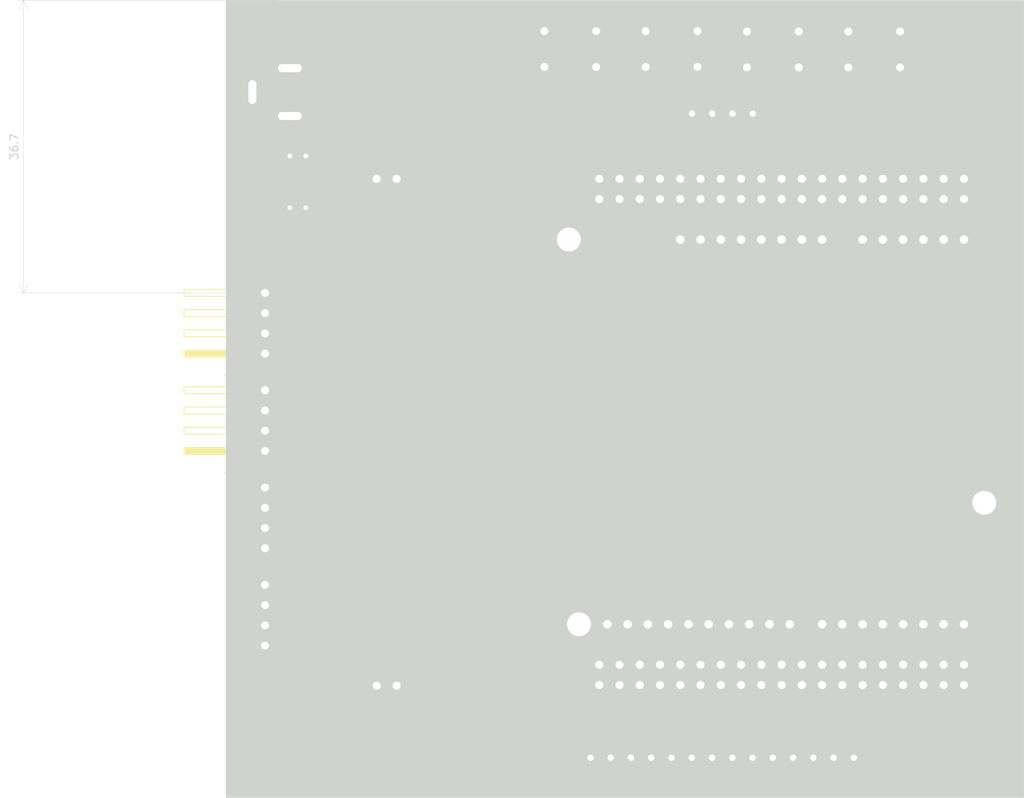
<source format=kicad_pcb>
(kicad_pcb (version 20241229) (generator "pcbnew") (generator_version "9.0")
  (layers (0 "F.Cu" signal) (4 "In1.Cu" power "GND plane") (6 "In2.Cu" power "VCC plane") (2 "B.Cu" signal) (13 "F.Paste" user) (15 "B.Paste" user) (5 "F.SilkS" user "F.Silkscreen") (7 "B.SilkS" user "B.Silkscreen") (1 "F.Mask" user) (3 "B.Mask" user) (25 "Edge.Cuts" user))
  (net 0 "")
  (net 1 "+5V")
  (net 2 "GND")
  (net 4 "/MISO")
  (net 6 "/SCK")
  (net 7 "/MOSI")
  (net 8 "/DC")
  (net 11 "/VDD")
  (net 12 "/RST")
  (net 13 "/CS_SD")
  (net 15 "/CS")
  (net 18 "Net-(U11B-GND_S2-Pad10_20)")
  (net 19 "/MUX_OUT_4")
  (net 20 "/SW2")
  (net 28 "/SW4")
  (net 29 "/MUX_OUT_7")
  (net 33 "/LED_IN")
  (net 34 "/MUX_OUT_0")
  (net 41 "/MUX_OUT_3")
  (net 45 "/MUX_OUT_2")
  (net 48 "/MUX_OUT_5")
  (net 52 "/SW1")
  (net 57 "/MUX_OUT_6")
  (net 58 "/SW3")
  (net 59 "/MUX_OUT_1")
  (footprint "Capacitor_THT:CP_Radial_D4.0mm_P2.00mm" (layer "F.Cu") (at 62 78.5 180)
    (property "Reference" "C67" (at 1 -3.25 0) (layer "F.SilkS"))
    (property "Value" "100nF")
    (pad "1" thru_hole roundrect (at 0 0 180) (size 1.2 1.2) (drill 0.6) (layers "*.Cu" "*.Mask") (roundrect_rratio 0.208333) (net 2 "GND"))
    (pad "2" thru_hole circle (at 2 0 180) (size 1.2 1.2) (drill 0.6) (layers "*.Cu" "*.Mask") (net 1 "+5V"))
  )
  (footprint "TFT_screen:TFT-320x240" (layer "F.Cu") (at 114.19 147.5)
    (property "Reference" "U10" (at 27.31 3 0) (layer "F.SilkS"))
    (property "Value" "TFT_320x240")
    (fp_text user "TFT 320x240, 2.8\"" (at -0.254 -46.99 0) (layer "F.SilkS") (effects (font (size 2 2))))
    (pad "1" thru_hole oval (at -16.51 0) (size 1.5 3) (drill 0.8) (layers "*.Cu" "*.Mask") (net 11 "/VDD"))
    (pad "2" thru_hole oval (at -13.97 0) (size 1.5 3) (drill 0.8) (layers "*.Cu" "*.Mask") (net 2 "GND"))
    (pad "3" thru_hole oval (at -11.43 0) (size 1.5 3) (drill 0.8) (layers "*.Cu" "*.Mask") (net 15 "/CS"))
    (pad "4" thru_hole oval (at -8.89 0) (size 1.5 3) (drill 0.8) (layers "*.Cu" "*.Mask") (net 12 "/RST"))
    (pad "5" thru_hole oval (at -6.35 0) (size 1.5 3) (drill 0.8) (layers "*.Cu" "*.Mask") (net 8 "/DC"))
    (pad "6" thru_hole oval (at -3.81 0) (size 1.5 3) (drill 0.8) (layers "*.Cu" "*.Mask") (net 7 "/MOSI"))
    (pad "7" thru_hole oval (at -1.27 0) (size 1.5 3) (drill 0.8) (layers "*.Cu" "*.Mask") (net 6 "/SCK"))
    (pad "8" thru_hole oval (at 1.27 0) (size 1.5 3) (drill 0.8) (layers "*.Cu" "*.Mask") (net 11 "/VDD"))
    (pad "9" thru_hole oval (at 3.81 0) (size 1.5 3) (drill 0.8) (layers "*.Cu" "*.Mask") (net 4 "/MISO"))
    (pad "10" thru_hole oval (at 6.35 0) (size 1.5 3) (drill 0.8) (layers "*.Cu" "*.Mask"))
    (pad "11" thru_hole oval (at 8.89 0) (size 1.5 3) (drill 0.8) (layers "*.Cu" "*.Mask"))
    (pad "12" thru_hole oval (at 11.43 0) (size 1.5 3) (drill 0.8) (layers "*.Cu" "*.Mask"))
    (pad "13" thru_hole oval (at 13.97 0) (size 1.5 3) (drill 0.8) (layers "*.Cu" "*.Mask"))
    (pad "14" thru_hole oval (at 16.51 0) (size 1.5 3) (drill 0.8) (layers "*.Cu" "*.Mask"))
    (pad "15" thru_hole oval (at -3.78 -80.8) (size 1.5 3) (drill 0.8) (layers "*.Cu" "*.Mask") (net 6 "/SCK"))
    (pad "16" thru_hole oval (at -1.24 -80.8) (size 1.5 3) (drill 0.8) (layers "*.Cu" "*.Mask") (net 4 "/MISO"))
    (pad "17" thru_hole oval (at 1.3 -80.8) (size 1.5 3) (drill 0.8) (layers "*.Cu" "*.Mask") (net 7 "/MOSI"))
    (pad "18" thru_hole oval (at 3.84 -80.8) (size 1.5 3) (drill 0.8) (layers "*.Cu" "*.Mask") (net 13 "/CS_SD"))
  )
  (footprint "Capacitor_SMD:C_0805_2012Metric_Pad1.18x1.45mm_HandSolder" (layer "F.Cu") (at 120.4875 54.3)
    (property "Reference" "C78" (at 3.5125 -0.3 0) (layer "F.SilkS"))
    (property "Value" "10uF")
    (pad "1" smd roundrect (at -1.0375 0) (size 1.175 1.45) (layers "F.Cu" "F.Mask" "F.Paste") (roundrect_rratio 0.212766) (net 58 "/SW3"))
    (pad "2" smd roundrect (at 1.0375 0) (size 1.175 1.45) (layers "F.Cu" "F.Mask" "F.Paste") (roundrect_rratio 0.212766) (net 2 "GND"))
  )
  (footprint "TS02-66-60-BK-100-LCR-D:SW_TS02-66-60-BK-100-LCR-D" (layer "F.Cu") (at 133.25 58.65)
    (property "Reference" "SW76" (at 5 0 90) (layer "F.SilkS"))
    (property "Value" "SW_DPST")
    (pad "1" thru_hole rect (at -3.25 -2.25) (size 1.508 1.508) (drill 1) (layers "*.Cu" "*.Mask") (net 28 "/SW4"))
    (pad "2" thru_hole circle (at 3.25 -2.25) (size 1.508 1.508) (drill 1) (layers "*.Cu" "*.Mask") (net 2 "GND"))
    (pad "3" thru_hole circle (at -3.25 2.25) (size 1.508 1.508) (drill 1) (layers "*.Cu" "*.Mask") (net 28 "/SW4"))
    (pad "4" thru_hole circle (at 3.25 2.25) (size 1.508 1.508) (drill 1) (layers "*.Cu" "*.Mask") (net 2 "GND"))
  )
  (footprint "Connector_PinHeader_2.54mm:PinHeader_1x04_P2.54mm_Horizontal" (layer "F.Cu") (at 56.885 109.02 180)
    (property "Reference" "J4" (at 4.385 -2.27 0) (layer "F.SilkS"))
    (property "Value" "Conn_01x04_Pin")
    (pad "1" thru_hole rect (at 0 0 180) (size 1.7 1.7) (drill 1) (layers "*.Cu" "*.Mask") (net 2 "GND"))
    (pad "2" thru_hole circle (at 0 2.54 180) (size 1.7 1.7) (drill 1) (layers "*.Cu" "*.Mask") (net 2 "GND"))
    (pad "3" thru_hole circle (at 0 5.08 180) (size 1.7 1.7) (drill 1) (layers "*.Cu" "*.Mask") (net 2 "GND"))
    (pad "4" thru_hole circle (at 0 7.62 180) (size 1.7 1.7) (drill 1) (layers "*.Cu" "*.Mask") (net 2 "GND"))
  )
  (footprint "Capacitor_SMD:C_0805_2012Metric_Pad1.18x1.45mm_HandSolder" (layer "F.Cu") (at 133.2 54.25)
    (property "Reference" "C79" (at 3.3 -0.25 0) (layer "F.SilkS"))
    (property "Value" "10uF")
    (pad "1" smd roundrect (at -1.0375 0) (size 1.175 1.45) (layers "F.Cu" "F.Mask" "F.Paste") (roundrect_rratio 0.212766) (net 28 "/SW4"))
    (pad "2" smd roundrect (at 1.0375 0) (size 1.175 1.45) (layers "F.Cu" "F.Mask" "F.Paste") (roundrect_rratio 0.212766) (net 2 "GND"))
  )
  (footprint "Capacitor_THT:CP_Radial_D4.0mm_P2.00mm" (layer "F.Cu") (at 62 72 180)
    (property "Reference" "C66" (at 1 -3.25 0) (layer "F.SilkS"))
    (property "Value" "22uF")
    (pad "1" thru_hole roundrect (at 0 0 180) (size 1.2 1.2) (drill 0.6) (layers "*.Cu" "*.Mask") (roundrect_rratio 0.208333) (net 2 "GND"))
    (pad "2" thru_hole circle (at 2 0 180) (size 1.2 1.2) (drill 0.6) (layers "*.Cu" "*.Mask") (net 1 "+5V"))
  )
  (footprint "TS02-66-60-BK-100-LCR-D:SW_TS02-66-60-BK-100-LCR-D" (layer "F.Cu") (at 107.85 58.6)
    (property "Reference" "SW74" (at 5 0 90) (layer "F.SilkS"))
    (property "Value" "SW_DPST")
    (pad "1" thru_hole rect (at -3.25 -2.25) (size 1.508 1.508) (drill 1) (layers "*.Cu" "*.Mask") (net 20 "/SW2"))
    (pad "2" thru_hole circle (at 3.25 -2.25) (size 1.508 1.508) (drill 1) (layers "*.Cu" "*.Mask") (net 2 "GND"))
    (pad "3" thru_hole circle (at -3.25 2.25) (size 1.508 1.508) (drill 1) (layers "*.Cu" "*.Mask") (net 20 "/SW2"))
    (pad "4" thru_hole circle (at 3.25 2.25) (size 1.508 1.508) (drill 1) (layers "*.Cu" "*.Mask") (net 2 "GND"))
  )
  (footprint "TS02-66-60-BK-100-LCR-D:SW_TS02-66-60-BK-100-LCR-D" (layer "F.Cu") (at 120.55 58.65)
    (property "Reference" "SW75" (at 5.1 0.35 90) (layer "F.SilkS"))
    (property "Value" "SW_DPST")
    (pad "1" thru_hole rect (at -3.25 -2.25) (size 1.508 1.508) (drill 1) (layers "*.Cu" "*.Mask") (net 58 "/SW3"))
    (pad "2" thru_hole circle (at 3.25 -2.25) (size 1.508 1.508) (drill 1) (layers "*.Cu" "*.Mask") (net 2 "GND"))
    (pad "3" thru_hole circle (at -3.25 2.25) (size 1.508 1.508) (drill 1) (layers "*.Cu" "*.Mask") (net 58 "/SW3"))
    (pad "4" thru_hole circle (at 3.25 2.25) (size 1.508 1.508) (drill 1) (layers "*.Cu" "*.Mask") (net 2 "GND"))
  )
  (footprint "Capacitor_SMD:C_0805_2012Metric_Pad1.18x1.45mm_HandSolder" (layer "F.Cu") (at 95.15 54.1)
    (property "Reference" "C76" (at 3.35 -0.1 0) (layer "F.SilkS"))
    (property "Value" "10uF")
    (pad "1" smd roundrect (at -1.0375 0) (size 1.175 1.45) (layers "F.Cu" "F.Mask" "F.Paste") (roundrect_rratio 0.212766) (net 52 "/SW1"))
    (pad "2" smd roundrect (at 1.0375 0) (size 1.175 1.45) (layers "F.Cu" "F.Mask" "F.Paste") (roundrect_rratio 0.212766) (net 2 "GND"))
  )
  (footprint "Connector_BarrelJack:BarrelJack_Horizontal" (layer "F.Cu") (at 60 67 -90)
    (property "Reference" "J1" (at -8.45 5.75 90) (layer "F.SilkS"))
    (property "Value" "Barrel_Jack_Switch")
    (pad "1" thru_hole rect (at 0 0 270) (size 3.5 3.5) (drill oval 1 3) (layers "*.Cu" "*.Mask") (net 1 "+5V"))
    (pad "2" thru_hole roundrect (at -6 0 270) (size 3 3.5) (drill oval 1 3) (layers "*.Cu" "*.Mask") (net 2 "GND"))
    (pad "3" thru_hole roundrect (at -3 4.7 270) (size 3.5 3.5) (drill oval 3 1) (layers "*.Cu" "*.Mask"))
  )
  (footprint "Capacitor_SMD:C_0805_2012Metric_Pad1.18x1.45mm_HandSolder" (layer "F.Cu") (at 107.85 54.1)
    (property "Reference" "C77" (at 3.65 -0.1 0) (layer "F.SilkS"))
    (property "Value" "10uF")
    (pad "1" smd roundrect (at -1.0375 0) (size 1.175 1.45) (layers "F.Cu" "F.Mask" "F.Paste") (roundrect_rratio 0.212766) (net 20 "/SW2"))
    (pad "2" smd roundrect (at 1.0375 0) (size 1.175 1.45) (layers "F.Cu" "F.Mask" "F.Paste") (roundrect_rratio 0.212766) (net 2 "GND"))
  )
  (footprint "Connector_PinHeader_2.54mm:PinHeader_1x04_P2.54mm_Horizontal" (layer "F.Cu") (at 56.885 96.81 180)
    (property "Reference" "J5" (at 4.385 -2.27 0) (layer "F.SilkS"))
    (property "Value" "Conn_01x04_Pin")
    (pad "1" thru_hole rect (at 0 0 180) (size 1.7 1.7) (drill 1) (layers "*.Cu" "*.Mask") (net 1 "+5V"))
    (pad "2" thru_hole circle (at 0 2.54 180) (size 1.7 1.7) (drill 1) (layers "*.Cu" "*.Mask") (net 1 "+5V"))
    (pad "3" thru_hole circle (at 0 5.08 180) (size 1.7 1.7) (drill 1) (layers "*.Cu" "*.Mask") (net 1 "+5V"))
    (pad "4" thru_hole circle (at 0 7.62 180) (size 1.7 1.7) (drill 1) (layers "*.Cu" "*.Mask") (net 1 "+5V"))
  )
  (footprint "TS02-66-60-BK-100-LCR-D:SW_TS02-66-60-BK-100-LCR-D" (layer "F.Cu") (at 95.15 58.6)
    (property "Reference" "SW73" (at 5 0 90) (layer "F.SilkS"))
    (property "Value" "SW_DPST")
    (pad "1" thru_hole rect (at -3.25 -2.25) (size 1.508 1.508) (drill 1) (layers "*.Cu" "*.Mask") (net 52 "/SW1"))
    (pad "2" thru_hole circle (at 3.25 -2.25) (size 1.508 1.508) (drill 1) (layers "*.Cu" "*.Mask") (net 2 "GND"))
    (pad "3" thru_hole circle (at -3.25 2.25) (size 1.508 1.508) (drill 1) (layers "*.Cu" "*.Mask") (net 52 "/SW1"))
    (pad "4" thru_hole circle (at 3.25 2.25) (size 1.508 1.508) (drill 1) (layers "*.Cu" "*.Mask") (net 2 "GND"))
  )
  (footprint "NUCLEO-F401RE:ST_NUCLEO-F401RE" (layer "B.Cu") (at 108.29 106.63 -90)
    (property "Reference" "U11" (at -31.825 42.635 90) (layer "B.SilkS") (effects (justify mirror)))
    (property "Value" "NUCLEO-F401RE")
    (pad "" np_thru_hole circle (at -24.13 13.32 270) (size 3 3) (drill 3) (layers "*.Cu" "*.Mask"))
    (pad "" np_thru_hole circle (at 8.89 -38.75 270) (size 3 3) (drill 3) (layers "*.Cu" "*.Mask"))
    (pad "" np_thru_hole circle (at 24.13 12.05 270) (size 3 3) (drill 3) (layers "*.Cu" "*.Mask"))
    (pad "5_1" thru_hole rect (at 24.13 -14.37 270) (size 1.605 1.605) (drill 1.07) (layers "*.Cu" "*.Mask"))
    (pad "5_2" thru_hole circle (at 24.13 -11.83 270) (size 1.605 1.605) (drill 1.07) (layers "*.Cu" "*.Mask"))
    (pad "5_3" thru_hole circle (at 24.13 -9.29 270) (size 1.605 1.605) (drill 1.07) (layers "*.Cu" "*.Mask"))
    (pad "5_4" thru_hole circle (at 24.13 -6.75 270) (size 1.605 1.605) (drill 1.07) (layers "*.Cu" "*.Mask"))
    (pad "5_5" thru_hole circle (at 24.13 -4.21 270) (size 1.605 1.605) (drill 1.07) (layers "*.Cu" "*.Mask"))
    (pad "5_6" thru_hole circle (at 24.13 -1.67 270) (size 1.605 1.605) (drill 1.07) (layers "*.Cu" "*.Mask"))
    (pad "5_7" thru_hole circle (at 24.13 0.87 270) (size 1.605 1.605) (drill 1.07) (layers "*.Cu" "*.Mask"))
    (pad "5_8" thru_hole circle (at 24.13 3.41 270) (size 1.605 1.605) (drill 1.07) (layers "*.Cu" "*.Mask"))
    (pad "5_9" thru_hole circle (at 24.13 5.95 270) (size 1.605 1.605) (drill 1.07) (layers "*.Cu" "*.Mask"))
    (pad "5_10" thru_hole circle (at 24.13 8.49 270) (size 1.605 1.605) (drill 1.07) (layers "*.Cu" "*.Mask"))
    (pad "6_1" thru_hole rect (at -24.13 -0.65 270) (size 1.605 1.605) (drill 1.07) (layers "*.Cu" "*.Mask"))
    (pad "6_2" thru_hole circle (at -24.13 -3.19 270) (size 1.605 1.605) (drill 1.07) (layers "*.Cu" "*.Mask"))
    (pad "6_3" thru_hole circle (at -24.13 -5.73 270) (size 1.605 1.605) (drill 1.07) (layers "*.Cu" "*.Mask"))
    (pad "6_4" thru_hole circle (at -24.13 -8.27 270) (size 1.605 1.605) (drill 1.07) (layers "*.Cu" "*.Mask"))
    (pad "6_5" thru_hole circle (at -24.13 -10.81 270) (size 1.605 1.605) (drill 1.07) (layers "*.Cu" "*.Mask"))
    (pad "6_6" thru_hole circle (at -24.13 -13.35 270) (size 1.605 1.605) (drill 1.07) (layers "*.Cu" "*.Mask"))
    (pad "6_7" thru_hole circle (at -24.13 -15.89 270) (size 1.605 1.605) (drill 1.07) (layers "*.Cu" "*.Mask"))
    (pad "6_8" thru_hole circle (at -24.13 -18.43 270) (size 1.605 1.605) (drill 1.07) (layers "*.Cu" "*.Mask"))
    (pad "7_1" thru_hole rect (at -31.75 9.51 270) (size 1.53 1.53) (drill 1.02) (layers "*.Cu" "*.Mask"))
    (pad "7_2" thru_hole circle (at -29.21 9.51 270) (size 1.53 1.53) (drill 1.02) (layers "*.Cu" "*.Mask"))
    (pad "7_3" thru_hole circle (at -31.75 6.97 270) (size 1.53 1.53) (drill 1.02) (layers "*.Cu" "*.Mask"))
    (pad "7_4" thru_hole circle (at -29.21 6.97 270) (size 1.53 1.53) (drill 1.02) (layers "*.Cu" "*.Mask"))
    (pad "7_5" thru_hole circle (at -31.75 4.43 270) (size 1.53 1.53) (drill 1.02) (layers "*.Cu" "*.Mask"))
    (pad "7_6" thru_hole circle (at -29.21 4.43 270) (size 1.53 1.53) (drill 1.02) (layers "*.Cu" "*.Mask"))
    (pad "7_7" thru_hole circle (at -31.75 1.89 270) (size 1.53 1.53) (drill 1.02) (layers "*.Cu" "*.Mask"))
    (pad "7_8" thru_hole circle (at -29.21 1.89 270) (size 1.53 1.53) (drill 1.02) (layers "*.Cu" "*.Mask") (net 2 "GND"))
    (pad "7_9" thru_hole circle (at -31.75 -0.65 270) (size 1.53 1.53) (drill 1.02) (layers "*.Cu" "*.Mask"))
    (pad "7_10" thru_hole circle (at -29.21 -0.65 270) (size 1.53 1.53) (drill 1.02) (layers "*.Cu" "*.Mask"))
    (pad "7_11" thru_hole circle (at -31.75 -3.19 270) (size 1.53 1.53) (drill 1.02) (layers "*.Cu" "*.Mask"))
    (pad "7_12" thru_hole circle (at -29.21 -3.19 270) (size 1.53 1.53) (drill 1.02) (layers "*.Cu" "*.Mask"))
    (pad "7_13" thru_hole circle (at -31.75 -5.73 270) (size 1.53 1.53) (drill 1.02) (layers "*.Cu" "*.Mask") (net 48 "/MUX_OUT_5"))
    (pad "7_14" thru_hole circle (at -29.21 -5.73 270) (size 1.53 1.53) (drill 1.02) (layers "*.Cu" "*.Mask"))
    (pad "7_15" thru_hole circle (at -31.75 -8.27 270) (size 1.53 1.53) (drill 1.02) (layers "*.Cu" "*.Mask") (net 57 "/MUX_OUT_6"))
    (pad "7_16" thru_hole circle (at -29.21 -8.27 270) (size 1.53 1.53) (drill 1.02) (layers "*.Cu" "*.Mask") (net 11 "/VDD"))
    (pad "7_17" thru_hole circle (at -31.75 -10.81 270) (size 1.53 1.53) (drill 1.02) (layers "*.Cu" "*.Mask") (net 29 "/MUX_OUT_7"))
    (pad "7_18" thru_hole circle (at -29.21 -10.81 270) (size 1.53 1.53) (drill 1.02) (layers "*.Cu" "*.Mask") (net 1 "+5V"))
    (pad "7_19" thru_hole circle (at -31.75 -13.35 270) (size 1.53 1.53) (drill 1.02) (layers "*.Cu" "*.Mask") (net 2 "GND"))
    (pad "7_20" thru_hole circle (at -29.21 -13.35 270) (size 1.53 1.53) (drill 1.02) (layers "*.Cu" "*.Mask") (net 2 "GND"))
    (pad "7_21" thru_hole circle (at -31.75 -15.89 270) (size 1.53 1.53) (drill 1.02) (layers "*.Cu" "*.Mask") (net 19 "/MUX_OUT_4"))
    (pad "7_22" thru_hole circle (at -29.21 -15.89 270) (size 1.53 1.53) (drill 1.02) (layers "*.Cu" "*.Mask") (net 2 "GND"))
    (pad "7_23" thru_hole circle (at -31.75 -18.43 270) (size 1.53 1.53) (drill 1.02) (layers "*.Cu" "*.Mask"))
    (pad "7_24" thru_hole circle (at -29.21 -18.43 270) (size 1.53 1.53) (drill 1.02) (layers "*.Cu" "*.Mask"))
    (pad "7_25" thru_hole circle (at -31.75 -20.97 270) (size 1.53 1.53) (drill 1.02) (layers "*.Cu" "*.Mask"))
    (pad "7_26" thru_hole circle (at -29.21 -20.97 270) (size 1.53 1.53) (drill 1.02) (layers "*.Cu" "*.Mask"))
    (pad "7_27" thru_hole circle (at -31.75 -23.51 270) (size 1.53 1.53) (drill 1.02) (layers "*.Cu" "*.Mask"))
    (pad "7_28" thru_hole circle (at -29.21 -23.51 270) (size 1.53 1.53) (drill 1.02) (layers "*.Cu" "*.Mask") (net 28 "/SW4"))
    (pad "7_29" thru_hole circle (at -31.75 -26.05 270) (size 1.53 1.53) (drill 1.02) (layers "*.Cu" "*.Mask"))
    (pad "7_30" thru_hole circle (at -29.21 -26.05 270) (size 1.53 1.53) (drill 1.02) (layers "*.Cu" "*.Mask") (net 58 "/SW3"))
    (pad "7_31" thru_hole circle (at -31.75 -28.59 270) (size 1.53 1.53) (drill 1.02) (layers "*.Cu" "*.Mask"))
    (pad "7_32" thru_hole circle (at -29.21 -28.59 270) (size 1.53 1.53) (drill 1.02) (layers "*.Cu" "*.Mask") (net 20 "/SW2"))
    (pad "7_33" thru_hole circle (at -31.75 -31.13 270) (size 1.53 1.53) (drill 1.02) (layers "*.Cu" "*.Mask"))
    (pad "7_34" thru_hole circle (at -29.21 -31.13 270) (size 1.53 1.53) (drill 1.02) (layers "*.Cu" "*.Mask") (net 52 "/SW1"))
    (pad "7_35" thru_hole circle (at -31.75 -33.67 270) (size 1.53 1.53) (drill 1.02) (layers "*.Cu" "*.Mask") (net 45 "/MUX_OUT_2"))
    (pad "7_36" thru_hole circle (at -29.21 -33.67 270) (size 1.53 1.53) (drill 1.02) (layers "*.Cu" "*.Mask") (net 59 "/MUX_OUT_1"))
    (pad "7_37" thru_hole circle (at -31.75 -36.21 270) (size 1.53 1.53) (drill 1.02) (layers "*.Cu" "*.Mask") (net 41 "/MUX_OUT_3"))
    (pad "7_38" thru_hole circle (at -29.21 -36.21 270) (size 1.53 1.53) (drill 1.02) (layers "*.Cu" "*.Mask") (net 34 "/MUX_OUT_0"))
    (pad "8_1" thru_hole rect (at -24.13 -23.51 270) (size 1.605 1.605) (drill 1.07) (layers "*.Cu" "*.Mask"))
    (pad "8_2" thru_hole circle (at -24.13 -26.05 270) (size 1.605 1.605) (drill 1.07) (layers "*.Cu" "*.Mask"))
    (pad "8_3" thru_hole circle (at -24.13 -28.59 270) (size 1.605 1.605) (drill 1.07) (layers "*.Cu" "*.Mask"))
    (pad "8_4" thru_hole circle (at -24.13 -31.13 270) (size 1.605 1.605) (drill 1.07) (layers "*.Cu" "*.Mask"))
    (pad "8_5" thru_hole circle (at -24.13 -33.67 270) (size 1.605 1.605) (drill 1.07) (layers "*.Cu" "*.Mask"))
    (pad "8_6" thru_hole circle (at -24.13 -36.21 270) (size 1.605 1.605) (drill 1.07) (layers "*.Cu" "*.Mask"))
    (pad "9_1" thru_hole rect (at 24.13 -36.21 270) (size 1.605 1.605) (drill 1.07) (layers "*.Cu" "*.Mask"))
    (pad "9_2" thru_hole circle (at 24.13 -33.67 270) (size 1.605 1.605) (drill 1.07) (layers "*.Cu" "*.Mask"))
    (pad "9_3" thru_hole circle (at 24.13 -31.13 270) (size 1.605 1.605) (drill 1.07) (layers "*.Cu" "*.Mask"))
    (pad "9_4" thru_hole circle (at 24.13 -28.59 270) (size 1.605 1.605) (drill 1.07) (layers "*.Cu" "*.Mask"))
    (pad "9_5" thru_hole circle (at 24.13 -26.05 270) (size 1.605 1.605) (drill 1.07) (layers "*.Cu" "*.Mask"))
    (pad "9_6" thru_hole circle (at 24.13 -23.51 270) (size 1.605 1.605) (drill 1.07) (layers "*.Cu" "*.Mask"))
    (pad "9_7" thru_hole circle (at 24.13 -20.97 270) (size 1.605 1.605) (drill 1.07) (layers "*.Cu" "*.Mask"))
    (pad "9_8" thru_hole circle (at 24.13 -18.43 270) (size 1.605 1.605) (drill 1.07) (layers "*.Cu" "*.Mask"))
    (pad "10_1" thru_hole rect (at 29.21 9.51 270) (size 1.53 1.53) (drill 1.02) (layers "*.Cu" "*.Mask"))
    (pad "10_2" thru_hole circle (at 31.75 9.51 270) (size 1.53 1.53) (drill 1.02) (layers "*.Cu" "*.Mask"))
    (pad "10_3" thru_hole circle (at 29.21 6.97 270) (size 1.53 1.53) (drill 1.02) (layers "*.Cu" "*.Mask"))
    (pad "10_4" thru_hole circle (at 31.75 6.97 270) (size 1.53 1.53) (drill 1.02) (layers "*.Cu" "*.Mask"))
    (pad "10_5" thru_hole circle (at 29.21 4.43 270) (size 1.53 1.53) (drill 1.02) (layers "*.Cu" "*.Mask"))
    (pad "10_6" thru_hole circle (at 31.75 4.43 270) (size 1.53 1.53) (drill 1.02) (layers "*.Cu" "*.Mask"))
    (pad "10_7" thru_hole circle (at 29.21 1.89 270) (size 1.53 1.53) (drill 1.02) (layers "*.Cu" "*.Mask"))
    (pad "10_8" thru_hole circle (at 31.75 1.89 270) (size 1.53 1.53) (drill 1.02) (layers "*.Cu" "*.Mask"))
    (pad "10_9" thru_hole circle (at 29.21 -0.65 270) (size 1.53 1.53) (drill 1.02) (layers "*.Cu" "*.Mask") (net 18 "Net-(U11B-GND_S2-Pad10_20)"))
    (pad "10_10" thru_hole circle (at 31.75 -0.65 270) (size 1.53 1.53) (drill 1.02) (layers "*.Cu" "*.Mask"))
    (pad "10_11" thru_hole circle (at 29.21 -3.19 270) (size 1.53 1.53) (drill 1.02) (layers "*.Cu" "*.Mask") (net 6 "/SCK"))
    (pad "10_12" thru_hole circle (at 31.75 -3.19 270) (size 1.53 1.53) (drill 1.02) (layers "*.Cu" "*.Mask"))
    (pad "10_13" thru_hole circle (at 29.21 -5.73 270) (size 1.53 1.53) (drill 1.02) (layers "*.Cu" "*.Mask") (net 4 "/MISO"))
    (pad "10_14" thru_hole circle (at 31.75 -5.73 270) (size 1.53 1.53) (drill 1.02) (layers "*.Cu" "*.Mask"))
    (pad "10_15" thru_hole circle (at 29.21 -8.27 270) (size 1.53 1.53) (drill 1.02) (layers "*.Cu" "*.Mask") (net 7 "/MOSI"))
    (pad "10_16" thru_hole circle (at 31.75 -8.27 270) (size 1.53 1.53) (drill 1.02) (layers "*.Cu" "*.Mask"))
    (pad "10_17" thru_hole circle (at 29.21 -10.81 270) (size 1.53 1.53) (drill 1.02) (layers "*.Cu" "*.Mask") (net 15 "/CS"))
    (pad "10_18" thru_hole circle (at 31.75 -10.81 270) (size 1.53 1.53) (drill 1.02) (layers "*.Cu" "*.Mask"))
    (pad "10_19" thru_hole circle (at 29.21 -13.35 270) (size 1.53 1.53) (drill 1.02) (layers "*.Cu" "*.Mask") (net 12 "/RST"))
    (pad "10_20" thru_hole circle (at 31.75 -13.35 270) (size 1.53 1.53) (drill 1.02) (layers "*.Cu" "*.Mask") (net 18 "Net-(U11B-GND_S2-Pad10_20)"))
    (pad "10_21" thru_hole circle (at 29.21 -15.89 270) (size 1.53 1.53) (drill 1.02) (layers "*.Cu" "*.Mask") (net 8 "/DC"))
    (pad "10_22" thru_hole circle (at 31.75 -15.89 270) (size 1.53 1.53) (drill 1.02) (layers "*.Cu" "*.Mask"))
    (pad "10_23" thru_hole circle (at 29.21 -18.43 270) (size 1.53 1.53) (drill 1.02) (layers "*.Cu" "*.Mask") (net 33 "/LED_IN"))
    (pad "10_24" thru_hole circle (at 31.75 -18.43 270) (size 1.53 1.53) (drill 1.02) (layers "*.Cu" "*.Mask"))
    (pad "10_25" thru_hole circle (at 29.21 -20.97 270) (size 1.53 1.53) (drill 1.02) (layers "*.Cu" "*.Mask"))
    (pad "10_26" thru_hole circle (at 31.75 -20.97 270) (size 1.53 1.53) (drill 1.02) (layers "*.Cu" "*.Mask"))
    (pad "10_27" thru_hole circle (at 29.21 -23.51 270) (size 1.53 1.53) (drill 1.02) (layers "*.Cu" "*.Mask"))
    (pad "10_28" thru_hole circle (at 31.75 -23.51 270) (size 1.53 1.53) (drill 1.02) (layers "*.Cu" "*.Mask"))
    (pad "10_29" thru_hole circle (at 29.21 -26.05 270) (size 1.53 1.53) (drill 1.02) (layers "*.Cu" "*.Mask"))
    (pad "10_30" thru_hole circle (at 31.75 -26.05 270) (size 1.53 1.53) (drill 1.02) (layers "*.Cu" "*.Mask"))
    (pad "10_31" thru_hole circle (at 29.21 -28.59 270) (size 1.53 1.53) (drill 1.02) (layers "*.Cu" "*.Mask"))
    (pad "10_32" thru_hole circle (at 31.75 -28.59 270) (size 1.53 1.53) (drill 1.02) (layers "*.Cu" "*.Mask"))
    (pad "10_33" thru_hole circle (at 29.21 -31.13 270) (size 1.53 1.53) (drill 1.02) (layers "*.Cu" "*.Mask") (net 13 "/CS_SD"))
    (pad "10_34" thru_hole circle (at 31.75 -31.13 270) (size 1.53 1.53) (drill 1.02) (layers "*.Cu" "*.Mask"))
    (pad "10_35" thru_hole circle (at 29.21 -33.67 270) (size 1.53 1.53) (drill 1.02) (layers "*.Cu" "*.Mask"))
    (pad "10_36" thru_hole circle (at 31.75 -33.67 270) (size 1.53 1.53) (drill 1.02) (layers "*.Cu" "*.Mask"))
    (pad "10_37" thru_hole circle (at 29.21 -36.21 270) (size 1.53 1.53) (drill 1.02) (layers "*.Cu" "*.Mask"))
    (pad "10_38" thru_hole circle (at 31.75 -36.21 270) (size 1.53 1.53) (drill 1.02) (layers "*.Cu" "*.Mask"))
    (pad "CN11" thru_hole circle (at 31.83 34.91 270) (size 1.53 1.53) (drill 1.02) (layers "*.Cu" "*.Mask"))
    (pad "CN11_1" thru_hole circle (at 31.83 37.41 270) (size 1.53 1.53) (drill 1.02) (layers "*.Cu" "*.Mask"))
    (pad "CN12" thru_hole circle (at -31.74 34.91 270) (size 1.53 1.53) (drill 1.02) (layers "*.Cu" "*.Mask"))
    (pad "CN12_1" thru_hole circle (at -31.74 37.41 270) (size 1.53 1.53) (drill 1.02) (layers "*.Cu" "*.Mask"))
  )
  (footprint "Connector_PinHeader_2.54mm:PinHeader_1x04_P2.54mm_Vertical" (layer "B.Cu") (at 56.885 133.44)
    (property "Reference" "J2" (at 0 2.38 0) (layer "B.SilkS") (effects (justify mirror)))
    (property "Value" "Conn_01x04_Pin")
    (pad "1" thru_hole rect (at 0 0) (size 1.7 1.7) (drill 1) (layers "*.Cu" "*.Mask") (net 34 "/MUX_OUT_0"))
    (pad "2" thru_hole circle (at 0 -2.54) (size 1.7 1.7) (drill 1) (layers "*.Cu" "*.Mask") (net 59 "/MUX_OUT_1"))
    (pad "3" thru_hole circle (at 0 -5.08) (size 1.7 1.7) (drill 1) (layers "*.Cu" "*.Mask") (net 45 "/MUX_OUT_2"))
    (pad "4" thru_hole circle (at 0 -7.62) (size 1.7 1.7) (drill 1) (layers "*.Cu" "*.Mask") (net 41 "/MUX_OUT_3"))
  )
  (footprint "Connector_PinHeader_2.54mm:PinHeader_1x04_P2.54mm_Vertical" (layer "B.Cu") (at 56.885 121.23)
    (property "Reference" "J3" (at 0 2.38 0) (layer "B.SilkS") (effects (justify mirror)))
    (property "Value" "Conn_01x04_Pin")
    (pad "1" thru_hole rect (at 0 0) (size 1.7 1.7) (drill 1) (layers "*.Cu" "*.Mask") (net 48 "/MUX_OUT_5"))
    (pad "2" thru_hole circle (at 0 -2.54) (size 1.7 1.7) (drill 1) (layers "*.Cu" "*.Mask") (net 57 "/MUX_OUT_6"))
    (pad "3" thru_hole circle (at 0 -5.08) (size 1.7 1.7) (drill 1) (layers "*.Cu" "*.Mask") (net 29 "/MUX_OUT_7"))
    (pad "4" thru_hole circle (at 0 -7.62) (size 1.7 1.7) (drill 1) (layers "*.Cu" "*.Mask") (net 19 "/MUX_OUT_4"))
  )
  (gr_line (start 152 152.5) (end 152 52.5) (stroke (width 0.05)) (layer "Edge.Cuts"))
  (gr_line (start 52 52.5) (end 52 152.5) (stroke (width 0.05)) (layer "Edge.Cuts"))
  (gr_line (start 52 152.5) (end 152 152.5) (stroke (width 0.05)) (layer "Edge.Cuts"))
  (gr_line (start 152 52.5) (end 52 52.5) (stroke (width 0.05)) (layer "Edge.Cuts"))
  (dimension (type orthogonal) (layer "Edge.Cuts") (pts (xy 56.9 89.2) (xy 58.6 52.5)) (height -30.3) (orientation 1) (format (prefix "") (suffix "") (units 3) (units_format 0) (precision 4) (suppress_zeroes yes)) (style (thickness 0.05) (arrow_length 1.27) (text_position_mode 0) (arrow_direction outward) (extension_height 0.58642) (extension_offset 0.5) (keep_text_aligned yes)) (gr_text "36.7" (at 25.45 70.85 90) (layer "Edge.Cuts") (effects (font (size 1 1) (thickness 0.15)))))
  (zone (net 0) (net_name "") (layer "Edge.Cuts") (connect_pads (clearance 0.5)) (min_thickness 0.25) (fill yes (thermal_gap 0.5) (thermal_bridge_width 0.5))
    (polygon (pts (xy 52 152.5) (xy 52 52.5) (xy 152 52.5) (xy 152 152.5)))
  )
)
</source>
